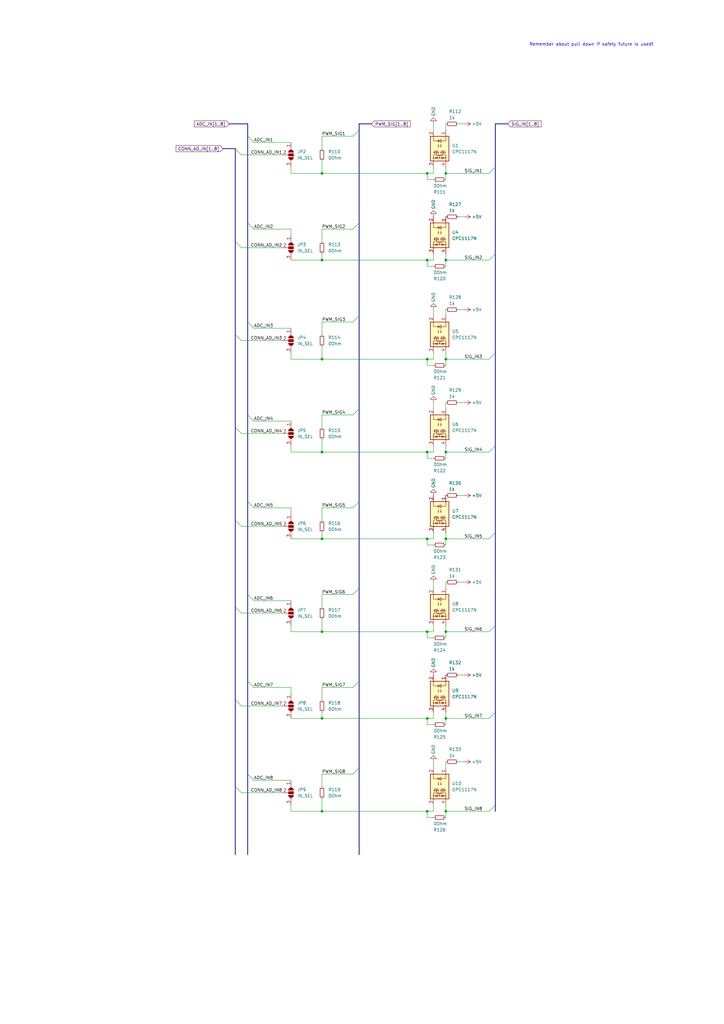
<source format=kicad_sch>
(kicad_sch (version 20211123) (generator eeschema)
  (paper "A3" portrait)
  (lib_symbols
    (symbol "Device:R_Small" (pin_numbers hide) (pin_names (offset 0.254) hide)
      (property "Reference" "R" (at 0.762 0.508 0))
      (property "Value" "R_Small" (at 0.762 -1.016 0))
      (symbol "R_Small_0_1"
        (rectangle (start -0.762 1.778) (end 0.762 -1.778) (stroke (width 0.2032)))
      )
      (symbol "R_Small_1_1"
        (pin passive line (at 0 2.54 270) (length 0.762) (name "~") (number "1"))
        (pin passive line (at 0 -2.54 90) (length 0.762) (name "~") (number "2"))
      )
    )
    (symbol "Jumper:SolderJumper_3_Open" (pin_names (offset 0) hide)
      (property "Reference" "JP" (at -2.54 -2.54 0))
      (property "Value" "SolderJumper_3_Open" (at 0 2.794 0))
      (symbol "SolderJumper_3_Open_0_1"
        (arc (start -1.016 1.016) (mid -2.032 0) (end -1.016 -1.016))
        (arc (start -1.016 1.016) (mid -2.032 0) (end -1.016 -1.016) (fill (type outline)))
        (rectangle (start -0.508 1.016) (end 0.508 -1.016) (fill (type outline)))
        (polyline (pts (xy -2.54 0) (xy -2.032 0)))
        (polyline (pts (xy -1.016 1.016) (xy -1.016 -1.016)))
        (polyline (pts (xy 0 -1.27) (xy 0 -1.016)))
        (polyline (pts (xy 1.016 1.016) (xy 1.016 -1.016)))
        (polyline (pts (xy 2.54 0) (xy 2.032 0)))
        (arc (start 1.016 -1.016) (mid 2.032 0) (end 1.016 1.016))
        (arc (start 1.016 -1.016) (mid 2.032 0) (end 1.016 1.016) (fill (type outline)))
      )
      (symbol "SolderJumper_3_Open_1_1"
        (pin passive line (at -5.08 0 0) (length 2.54) (name "A") (number "1"))
        (pin passive line (at 0 -3.81 90) (length 2.54) (name "C") (number "2"))
        (pin passive line (at 5.08 0 180) (length 2.54) (name "B") (number "3"))
      )
    )
    (symbol "Relay_SolidState:CPC1117N"
      (property "Reference" "U" (at -5.08 5.08 0))
      (property "Value" "CPC1117N" (at 0 5.08 0))
      (symbol "CPC1117N_0_1"
        (rectangle (start -5.08 3.81) (end 5.08 -3.81) (stroke (width 0.254)) (fill (type background)))
        (polyline (pts (xy -3.81 -0.635) (xy -2.54 -0.635)))
        (polyline (pts (xy 1.016 -0.635) (xy 1.016 -2.159)) (stroke (width 0.2032)))
        (polyline (pts (xy 1.016 2.159) (xy 1.016 0.635)) (stroke (width 0.2032)))
        (polyline (pts (xy 1.524 -0.508) (xy 1.524 -0.762)) (stroke (width 0.3556)))
        (polyline (pts (xy 2.794 0) (xy 3.81 0)))
        (polyline (pts (xy 3.429 -1.651) (xy 4.191 -1.651)))
        (polyline (pts (xy 3.429 1.651) (xy 4.191 1.651)))
        (polyline (pts (xy 3.81 -2.54) (xy 3.81 2.54)))
        (polyline (pts (xy 1.524 -2.032) (xy 1.524 -2.286) (xy 1.524 -2.286)) (stroke (width 0.3556)))
        (polyline (pts (xy 1.524 -1.27) (xy 1.524 -1.524) (xy 1.524 -1.524)) (stroke (width 0.3556)))
        (polyline (pts (xy 1.524 0.762) (xy 1.524 0.508) (xy 1.524 0.508)) (stroke (width 0.3556)))
        (polyline (pts (xy 1.524 1.524) (xy 1.524 1.27) (xy 1.524 1.27)) (stroke (width 0.3556)))
        (polyline (pts (xy 1.524 2.286) (xy 1.524 2.032) (xy 1.524 2.032)) (stroke (width 0.3556)))
        (polyline (pts (xy 1.651 -1.397) (xy 2.794 -1.397) (xy 2.794 -0.635)))
        (polyline (pts (xy 1.651 1.397) (xy 2.794 1.397) (xy 2.794 0.635)))
        (polyline (pts (xy -5.08 2.54) (xy -3.175 2.54) (xy -3.175 -2.54) (xy -5.08 -2.54)))
        (polyline (pts (xy -3.175 -0.635) (xy -3.81 0.635) (xy -2.54 0.635) (xy -3.175 -0.635)))
        (polyline (pts (xy 1.651 -2.159) (xy 2.794 -2.159) (xy 2.794 -2.54) (xy 5.08 -2.54)))
        (polyline (pts (xy 1.651 -0.635) (xy 2.794 -0.635) (xy 2.794 0.635) (xy 1.651 0.635)))
        (polyline (pts (xy 1.651 2.159) (xy 2.794 2.159) (xy 2.794 2.54) (xy 5.08 2.54)))
        (polyline (pts (xy 1.778 -1.397) (xy 2.286 -1.27) (xy 2.286 -1.524) (xy 1.778 -1.397)))
        (polyline (pts (xy 1.778 1.397) (xy 2.286 1.524) (xy 2.286 1.27) (xy 1.778 1.397)))
        (polyline (pts (xy 3.81 -1.651) (xy 3.429 -0.889) (xy 4.191 -0.889) (xy 3.81 -1.651)))
        (polyline (pts (xy 3.81 1.651) (xy 3.429 0.889) (xy 4.191 0.889) (xy 3.81 1.651)))
        (polyline (pts (xy -1.905 -0.508) (xy -0.635 -0.508) (xy -1.016 -0.635) (xy -1.016 -0.381) (xy -0.635 -0.508)))
        (polyline (pts (xy -1.905 0.508) (xy -0.635 0.508) (xy -1.016 0.381) (xy -1.016 0.635) (xy -0.635 0.508)))
        (circle (center 2.794 -0.635) (radius 0.127))
        (circle (center 2.794 0) (radius 0.127))
        (circle (center 2.794 0.635) (radius 0.127))
        (circle (center 3.81 -2.54) (radius 0.127))
        (circle (center 3.81 0) (radius 0.127))
        (circle (center 3.81 2.54) (radius 0.127))
      )
      (symbol "CPC1117N_1_1"
        (pin passive line (at -7.62 2.54 0) (length 2.54) (name "~") (number "1"))
        (pin passive line (at -7.62 -2.54 0) (length 2.54) (name "~") (number "2"))
        (pin passive line (at 7.62 -2.54 180) (length 2.54) (name "~") (number "3"))
        (pin passive line (at 7.62 2.54 180) (length 2.54) (name "~") (number "4"))
      )
    )
    (symbol "power:+5V" (power) (pin_names (offset 0))
      (property "Value" "+5V" (at 0 3.556 0))
      (symbol "+5V_0_1"
        (polyline (pts (xy -0.762 1.27) (xy 0 2.54)))
        (polyline (pts (xy 0 0) (xy 0 2.54)))
        (polyline (pts (xy 0 2.54) (xy 0.762 1.27)))
      )
      (symbol "+5V_1_1"
        (pin power_in line (at 0 0 90) (length 0) hide (name "+5V") (number "1"))
      )
    )
    (symbol "power:GND" (power) (pin_names (offset 0))
      (property "Value" "GND" (at 0 -3.81 0))
      (symbol "GND_0_1"
        (polyline (pts (xy 0 0) (xy 0 -1.27) (xy 1.27 -1.27) (xy 0 -2.54) (xy -1.27 -1.27) (xy 0 -1.27)))
      )
      (symbol "GND_1_1"
        (pin power_in line (at 0 0 270) (length 0) hide (name "GND") (number "1"))
      )
    )
  )
  (junction (at 175.26 220.98))
  (junction (at 182.88 332.74))
  (junction (at 132.08 332.74))
  (junction (at 175.26 294.64))
  (junction (at 182.88 106.68))
  (junction (at 132.08 294.64))
  (junction (at 175.26 259.08))
  (junction (at 182.88 220.98))
  (junction (at 175.26 106.68))
  (junction (at 132.08 71.12))
  (junction (at 132.08 220.98))
  (junction (at 132.08 106.68))
  (junction (at 182.88 185.42))
  (junction (at 175.26 332.74))
  (junction (at 182.88 147.32))
  (junction (at 182.88 294.64))
  (junction (at 132.08 259.08))
  (junction (at 182.88 259.08))
  (junction (at 175.26 185.42))
  (junction (at 175.26 71.12))
  (junction (at 182.88 71.12))
  (junction (at 132.08 147.32))
  (junction (at 175.26 147.32))
  (junction (at 132.08 185.42))
  (bus_entry (at 96.52 137.16) (size 2.54 2.54))
  (bus_entry (at 96.52 248.92) (size 2.54 2.54))
  (bus_entry (at 96.52 213.36) (size 2.54 2.54))
  (bus_entry (at 101.6 317.5) (size 2.54 2.54))
  (bus_entry (at 96.52 322.58) (size 2.54 2.54))
  (bus_entry (at 101.6 91.44) (size 2.54 2.54))
  (bus_entry (at 101.6 279.4) (size 2.54 2.54))
  (bus_entry (at 147.32 279.4) (size -2.54 2.54))
  (bus_entry (at 96.52 287.02) (size 2.54 2.54))
  (bus_entry (at 203.2 330.2) (size -2.54 2.54))
  (bus_entry (at 203.2 218.44) (size -2.54 2.54))
  (bus_entry (at 101.6 205.74) (size 2.54 2.54))
  (bus_entry (at 147.32 314.96) (size -2.54 2.54))
  (bus_entry (at 203.2 144.78) (size -2.54 2.54))
  (bus_entry (at 147.32 241.3) (size -2.54 2.54))
  (bus_entry (at 203.2 292.1) (size -2.54 2.54))
  (bus_entry (at 101.6 243.84) (size 2.54 2.54))
  (bus_entry (at 96.52 99.06) (size 2.54 2.54))
  (bus_entry (at 203.2 182.88) (size -2.54 2.54))
  (bus_entry (at 203.2 68.58) (size -2.54 2.54))
  (bus_entry (at 147.32 205.74) (size -2.54 2.54))
  (bus_entry (at 101.6 170.18) (size 2.54 2.54))
  (bus_entry (at 147.32 167.64) (size -2.54 2.54))
  (bus_entry (at 147.32 53.34) (size -2.54 2.54))
  (bus_entry (at 96.52 175.26) (size 2.54 2.54))
  (bus_entry (at 203.2 256.54) (size -2.54 2.54))
  (bus_entry (at 147.32 129.54) (size -2.54 2.54))
  (bus_entry (at 203.2 104.14) (size -2.54 2.54))
  (bus_entry (at 101.6 55.88) (size 2.54 2.54))
  (bus_entry (at 147.32 91.44) (size -2.54 2.54))
  (bus_entry (at 96.52 60.96) (size 2.54 2.54))
  (bus_entry (at 101.6 132.08) (size 2.54 2.54))
  (wire (pts (xy 175.26 335.28) (xy 177.8 335.28)))
  (wire (pts (xy 119.38 332.74) (xy 132.08 332.74)))
  (wire (pts (xy 132.08 93.98) (xy 132.08 99.06)))
  (wire (pts (xy 175.26 106.68) (xy 175.26 109.22)))
  (wire (pts (xy 119.38 93.98) (xy 119.38 96.52)))
  (wire (pts (xy 175.26 294.64) (xy 175.26 297.18)))
  (wire (pts (xy 99.06 101.6) (xy 115.57 101.6)))
  (wire (pts (xy 175.26 147.32) (xy 177.8 147.32)))
  (wire (pts (xy 99.06 139.7) (xy 115.57 139.7)))
  (wire (pts (xy 175.26 259.08) (xy 175.26 261.62)))
  (bus (pts (xy 147.32 205.74) (xy 147.32 241.3)))
  (wire (pts (xy 177.8 312.42) (xy 177.8 314.96)))
  (wire (pts (xy 99.06 215.9) (xy 115.57 215.9)))
  (bus (pts (xy 96.52 60.96) (xy 96.52 99.06)))
  (wire (pts (xy 104.14 134.62) (xy 119.38 134.62)))
  (bus (pts (xy 101.6 170.18) (xy 101.6 205.74)))
  (wire (pts (xy 175.26 149.86) (xy 177.8 149.86)))
  (wire (pts (xy 144.78 93.98) (xy 132.08 93.98)))
  (wire (pts (xy 144.78 317.5) (xy 132.08 317.5)))
  (bus (pts (xy 147.32 279.4) (xy 147.32 314.96)))
  (wire (pts (xy 175.26 332.74) (xy 177.8 332.74)))
  (wire (pts (xy 182.88 297.18) (xy 182.88 294.64)))
  (wire (pts (xy 177.8 147.32) (xy 177.8 144.78)))
  (bus (pts (xy 96.52 137.16) (xy 96.52 175.26)))
  (wire (pts (xy 132.08 294.64) (xy 175.26 294.64)))
  (wire (pts (xy 119.38 144.78) (xy 119.38 147.32)))
  (wire (pts (xy 175.26 187.96) (xy 177.8 187.96)))
  (wire (pts (xy 182.88 220.98) (xy 200.66 220.98)))
  (wire (pts (xy 132.08 259.08) (xy 175.26 259.08)))
  (bus (pts (xy 147.32 241.3) (xy 147.32 279.4)))
  (wire (pts (xy 132.08 327.66) (xy 132.08 332.74)))
  (bus (pts (xy 96.52 287.02) (xy 96.52 322.58)))
  (wire (pts (xy 104.14 246.38) (xy 119.38 246.38)))
  (bus (pts (xy 91.44 60.96) (xy 96.52 60.96)))
  (wire (pts (xy 182.88 149.86) (xy 182.88 147.32)))
  (wire (pts (xy 177.8 185.42) (xy 177.8 182.88)))
  (wire (pts (xy 177.8 71.12) (xy 177.8 68.58)))
  (wire (pts (xy 175.26 220.98) (xy 175.26 223.52)))
  (wire (pts (xy 182.88 332.74) (xy 200.66 332.74)))
  (wire (pts (xy 190.5 165.1) (xy 187.96 165.1)))
  (bus (pts (xy 203.2 330.2) (xy 203.2 332.74)))
  (wire (pts (xy 190.5 238.76) (xy 187.96 238.76)))
  (bus (pts (xy 96.52 248.92) (xy 96.52 287.02)))
  (wire (pts (xy 104.14 172.72) (xy 119.38 172.72)))
  (wire (pts (xy 132.08 243.84) (xy 132.08 248.92)))
  (wire (pts (xy 182.88 68.58) (xy 182.88 71.12)))
  (wire (pts (xy 182.88 104.14) (xy 182.88 106.68)))
  (bus (pts (xy 147.32 50.8) (xy 147.32 53.34)))
  (wire (pts (xy 177.8 259.08) (xy 177.8 256.54)))
  (wire (pts (xy 99.06 251.46) (xy 115.57 251.46)))
  (bus (pts (xy 203.2 182.88) (xy 203.2 218.44)))
  (wire (pts (xy 175.26 109.22) (xy 177.8 109.22)))
  (wire (pts (xy 182.88 292.1) (xy 182.88 294.64)))
  (bus (pts (xy 203.2 144.78) (xy 203.2 182.88)))
  (wire (pts (xy 104.14 93.98) (xy 119.38 93.98)))
  (wire (pts (xy 132.08 281.94) (xy 132.08 287.02)))
  (bus (pts (xy 101.6 55.88) (xy 101.6 91.44)))
  (wire (pts (xy 182.88 50.8) (xy 182.88 53.34)))
  (bus (pts (xy 101.6 132.08) (xy 101.6 170.18)))
  (wire (pts (xy 182.88 147.32) (xy 200.66 147.32)))
  (wire (pts (xy 119.38 208.28) (xy 119.38 210.82)))
  (wire (pts (xy 182.88 144.78) (xy 182.88 147.32)))
  (bus (pts (xy 147.32 91.44) (xy 147.32 129.54)))
  (bus (pts (xy 147.32 167.64) (xy 147.32 205.74)))
  (bus (pts (xy 96.52 322.58) (xy 96.52 350.52)))
  (wire (pts (xy 190.5 88.9) (xy 187.96 88.9)))
  (wire (pts (xy 175.26 147.32) (xy 175.26 149.86)))
  (wire (pts (xy 119.38 294.64) (xy 132.08 294.64)))
  (wire (pts (xy 119.38 106.68) (xy 132.08 106.68)))
  (wire (pts (xy 177.8 165.1) (xy 177.8 167.64)))
  (wire (pts (xy 182.88 256.54) (xy 182.88 259.08)))
  (bus (pts (xy 93.98 50.8) (xy 101.6 50.8)))
  (wire (pts (xy 175.26 185.42) (xy 177.8 185.42)))
  (wire (pts (xy 132.08 147.32) (xy 175.26 147.32)))
  (bus (pts (xy 96.52 213.36) (xy 96.52 248.92)))
  (wire (pts (xy 175.26 259.08) (xy 177.8 259.08)))
  (wire (pts (xy 119.38 330.2) (xy 119.38 332.74)))
  (wire (pts (xy 132.08 170.18) (xy 132.08 175.26)))
  (wire (pts (xy 175.26 73.66) (xy 177.8 73.66)))
  (wire (pts (xy 132.08 66.04) (xy 132.08 71.12)))
  (wire (pts (xy 99.06 325.12) (xy 115.57 325.12)))
  (wire (pts (xy 132.08 254) (xy 132.08 259.08)))
  (wire (pts (xy 144.78 55.88) (xy 132.08 55.88)))
  (wire (pts (xy 99.06 177.8) (xy 115.57 177.8)))
  (bus (pts (xy 203.2 50.8) (xy 203.2 68.58)))
  (bus (pts (xy 152.4 50.8) (xy 147.32 50.8)))
  (wire (pts (xy 119.38 220.98) (xy 132.08 220.98)))
  (wire (pts (xy 182.88 218.44) (xy 182.88 220.98)))
  (wire (pts (xy 182.88 294.64) (xy 200.66 294.64)))
  (wire (pts (xy 177.8 127) (xy 177.8 129.54)))
  (wire (pts (xy 182.88 185.42) (xy 200.66 185.42)))
  (wire (pts (xy 190.5 127) (xy 187.96 127)))
  (wire (pts (xy 182.88 259.08) (xy 200.66 259.08)))
  (wire (pts (xy 182.88 312.42) (xy 182.88 314.96)))
  (wire (pts (xy 132.08 292.1) (xy 132.08 294.64)))
  (bus (pts (xy 203.2 104.14) (xy 203.2 144.78)))
  (wire (pts (xy 182.88 109.22) (xy 182.88 106.68)))
  (wire (pts (xy 132.08 180.34) (xy 132.08 185.42)))
  (wire (pts (xy 175.26 294.64) (xy 177.8 294.64)))
  (bus (pts (xy 101.6 205.74) (xy 101.6 243.84)))
  (wire (pts (xy 175.26 332.74) (xy 175.26 335.28)))
  (wire (pts (xy 175.26 71.12) (xy 175.26 73.66)))
  (wire (pts (xy 182.88 71.12) (xy 200.66 71.12)))
  (wire (pts (xy 182.88 330.2) (xy 182.88 332.74)))
  (bus (pts (xy 147.32 129.54) (xy 147.32 167.64)))
  (bus (pts (xy 96.52 99.06) (xy 96.52 137.16)))
  (bus (pts (xy 101.6 279.4) (xy 101.6 317.5)))
  (wire (pts (xy 104.14 281.94) (xy 119.38 281.94)))
  (wire (pts (xy 182.88 238.76) (xy 182.88 241.3)))
  (wire (pts (xy 144.78 281.94) (xy 132.08 281.94)))
  (wire (pts (xy 119.38 256.54) (xy 119.38 259.08)))
  (wire (pts (xy 132.08 142.24) (xy 132.08 147.32)))
  (wire (pts (xy 104.14 58.42) (xy 119.38 58.42)))
  (wire (pts (xy 119.38 147.32) (xy 132.08 147.32)))
  (bus (pts (xy 147.32 53.34) (xy 147.32 91.44)))
  (wire (pts (xy 182.88 106.68) (xy 200.66 106.68)))
  (wire (pts (xy 175.26 71.12) (xy 177.8 71.12)))
  (wire (pts (xy 182.88 187.96) (xy 182.88 185.42)))
  (wire (pts (xy 144.78 208.28) (xy 132.08 208.28)))
  (wire (pts (xy 182.88 223.52) (xy 182.88 220.98)))
  (bus (pts (xy 101.6 317.5) (xy 101.6 350.52)))
  (bus (pts (xy 147.32 314.96) (xy 147.32 350.52)))
  (wire (pts (xy 175.26 185.42) (xy 175.26 187.96)))
  (bus (pts (xy 203.2 68.58) (xy 203.2 104.14)))
  (bus (pts (xy 203.2 256.54) (xy 203.2 292.1)))
  (wire (pts (xy 132.08 55.88) (xy 132.08 60.96)))
  (wire (pts (xy 182.88 73.66) (xy 182.88 71.12)))
  (wire (pts (xy 132.08 220.98) (xy 175.26 220.98)))
  (wire (pts (xy 177.8 294.64) (xy 177.8 292.1)))
  (bus (pts (xy 203.2 292.1) (xy 203.2 330.2)))
  (wire (pts (xy 177.8 50.8) (xy 177.8 53.34)))
  (wire (pts (xy 144.78 170.18) (xy 132.08 170.18)))
  (wire (pts (xy 144.78 132.08) (xy 132.08 132.08)))
  (bus (pts (xy 208.28 50.8) (xy 203.2 50.8)))
  (wire (pts (xy 132.08 106.68) (xy 175.26 106.68)))
  (wire (pts (xy 175.26 220.98) (xy 177.8 220.98)))
  (bus (pts (xy 101.6 91.44) (xy 101.6 132.08)))
  (wire (pts (xy 132.08 132.08) (xy 132.08 137.16)))
  (wire (pts (xy 132.08 332.74) (xy 175.26 332.74)))
  (wire (pts (xy 119.38 259.08) (xy 132.08 259.08)))
  (wire (pts (xy 190.5 203.2) (xy 187.96 203.2)))
  (wire (pts (xy 119.38 185.42) (xy 132.08 185.42)))
  (wire (pts (xy 119.38 68.58) (xy 119.38 71.12)))
  (wire (pts (xy 104.14 320.04) (xy 119.38 320.04)))
  (wire (pts (xy 104.14 208.28) (xy 119.38 208.28)))
  (wire (pts (xy 119.38 71.12) (xy 132.08 71.12)))
  (wire (pts (xy 132.08 218.44) (xy 132.08 220.98)))
  (wire (pts (xy 132.08 208.28) (xy 132.08 213.36)))
  (wire (pts (xy 99.06 63.5) (xy 115.57 63.5)))
  (wire (pts (xy 182.88 261.62) (xy 182.88 259.08)))
  (wire (pts (xy 190.5 276.86) (xy 187.96 276.86)))
  (wire (pts (xy 182.88 335.28) (xy 182.88 332.74)))
  (wire (pts (xy 132.08 71.12) (xy 175.26 71.12)))
  (wire (pts (xy 177.8 220.98) (xy 177.8 218.44)))
  (wire (pts (xy 175.26 261.62) (xy 177.8 261.62)))
  (bus (pts (xy 101.6 50.8) (xy 101.6 55.88)))
  (bus (pts (xy 101.6 243.84) (xy 101.6 279.4)))
  (wire (pts (xy 99.06 289.56) (xy 115.57 289.56)))
  (wire (pts (xy 182.88 165.1) (xy 182.88 167.64)))
  (bus (pts (xy 203.2 218.44) (xy 203.2 256.54)))
  (wire (pts (xy 175.26 297.18) (xy 177.8 297.18)))
  (wire (pts (xy 182.88 127) (xy 182.88 129.54)))
  (wire (pts (xy 177.8 106.68) (xy 177.8 104.14)))
  (bus (pts (xy 96.52 175.26) (xy 96.52 213.36)))
  (wire (pts (xy 132.08 104.14) (xy 132.08 106.68)))
  (wire (pts (xy 175.26 106.68) (xy 177.8 106.68)))
  (wire (pts (xy 119.38 182.88) (xy 119.38 185.42)))
  (wire (pts (xy 119.38 281.94) (xy 119.38 284.48)))
  (wire (pts (xy 175.26 223.52) (xy 177.8 223.52)))
  (wire (pts (xy 182.88 182.88) (xy 182.88 185.42)))
  (wire (pts (xy 177.8 238.76) (xy 177.8 241.3)))
  (wire (pts (xy 132.08 185.42) (xy 175.26 185.42)))
  (wire (pts (xy 177.8 332.74) (xy 177.8 330.2)))
  (wire (pts (xy 144.78 243.84) (xy 132.08 243.84)))
  (wire (pts (xy 190.5 312.42) (xy 187.96 312.42)))
  (wire (pts (xy 190.5 50.8) (xy 187.96 50.8)))
  (wire (pts (xy 132.08 317.5) (xy 132.08 322.58)))
  (text "Remember about pull down if safety future is used!" (at 217.17 19.05 0) (effects (font (size 1.27 1.27)) (justify left bottom)))
  (label "CONN_AD_IN2" (at 102.87 101.6 0))
  (label "PWM_SIG3" (at 132.08 132.08 0))
  (label "ADC_IN5" (at 104.14 208.28 0))
  (label "PWM_SIG4" (at 132.08 170.18 0))
  (label "CONN_AD_IN7" (at 102.87 289.56 0))
  (label "ADC_IN8" (at 104.14 320.04 0))
  (label "SIG_IN4" (at 190.5 185.42 0))
  (label "CONN_AD_IN3" (at 102.87 139.7 0))
  (label "SIG_IN3" (at 190.5 147.32 0))
  (label "PWM_SIG6" (at 132.08 243.84 0))
  (label "CONN_AD_IN6" (at 102.87 251.46 0))
  (label "PWM_SIG5" (at 132.08 208.28 0))
  (label "PWM_SIG7" (at 132.08 281.94 0))
  (label "PWM_SIG2" (at 132.08 93.98 0))
  (label "ADC_IN6" (at 104.14 246.38 0))
  (label "SIG_IN1" (at 190.5 71.12 0))
  (label "PWM_SIG8" (at 132.08 317.5 0))
  (label "CONN_AD_IN8" (at 102.87 325.12 0))
  (label "ADC_IN3" (at 104.14 134.62 0))
  (label "PWM_SIG1" (at 132.08 55.88 0))
  (label "CONN_AD_IN1" (at 102.87 63.5 0))
  (label "CONN_AD_IN4" (at 102.87 177.8 0))
  (label "ADC_IN1" (at 104.14 58.42 0))
  (label "SIG_IN6" (at 190.5 259.08 0))
  (label "SIG_IN8" (at 190.5 332.74 0))
  (label "ADC_IN2" (at 104.14 93.98 0))
  (label "ADC_IN4" (at 104.14 172.72 0))
  (label "CONN_AD_IN5" (at 102.87 215.9 0))
  (label "SIG_IN7" (at 190.5 294.64 0))
  (label "ADC_IN7" (at 104.14 281.94 0))
  (label "SIG_IN5" (at 190.5 220.98 0))
  (label "SIG_IN2" (at 190.5 106.68 0))
  (global_label "SIG_IN[1..8]" (shape input) (at 208.28 50.8 0) (property "Intersheet References" "${INTERSHEET_REFS}" (effects hide)))
  (global_label "ADC_IN[1..8]" (shape input) (at 93.98 50.8 180) (property "Intersheet References" "${INTERSHEET_REFS}" (effects hide)))
  (global_label "CONN_AD_IN[1..8]" (shape input) (at 91.44 60.96 180) (property "Intersheet References" "${INTERSHEET_REFS}" (effects hide)))
  (global_label "PWM_SIG[1..8]" (shape input) (at 152.4 50.8 0) (property "Intersheet References" "${INTERSHEET_REFS}" (effects hide)))
  (symbol (lib_id "Jumper:SolderJumper_3_Open") (at 119.38 63.5 270) (unit 1)
    (property "Reference" "JP2" (at 121.92 62.2299 90) (effects (justify left)))
    (property "Value" "IN_SEL" (at 121.92 64.7699 90) (effects (justify left)))
    (property "Footprint" "Jumper:SolderJumper-3_P1.3mm_Open_Pad1.0x1.5mm" (effects hide))
  )
  (symbol (lib_id "Jumper:SolderJumper_3_Open") (at 119.38 139.7 270) (unit 1)
    (property "Reference" "JP4" (at 121.92 138.4299 90) (effects (justify left)))
    (property "Value" "IN_SEL" (at 121.92 140.9699 90) (effects (justify left)))
    (property "Footprint" "Jumper:SolderJumper-3_P1.3mm_Open_Pad1.0x1.5mm" (effects hide))
  )
  (symbol (lib_id "Device:R_Small") (at 180.34 335.28 270) (unit 1)
    (property "Reference" "R126" (at 177.8 340.36 90) (effects (justify left)))
    (property "Value" "0Ohm" (at 177.8 337.82 90) (effects (justify left)))
  )
  (symbol (lib_id "Device:R_Small") (at 185.42 276.86 90) (unit 1)
    (property "Reference" "R132" (at 184.15 271.78 90) (effects (justify right)))
    (property "Value" "1k" (at 184.15 274.32 90) (effects (justify right)))
    (property "Footprint" "Resistor_SMD:R_0402_1005Metric" (effects hide))
  )
  (symbol (lib_id "Device:R_Small") (at 180.34 223.52 270) (unit 1)
    (property "Reference" "R123" (at 177.8 228.6 90) (effects (justify left)))
    (property "Value" "0Ohm" (at 177.8 226.06 90) (effects (justify left)))
  )
  (symbol (lib_id "power:GND") (at 177.8 88.9 180) (unit 1)
    (property "Reference" "#PWR0342" (effects hide))
    (property "Value" "GND" (at 177.8 83.82 90))
  )
  (symbol (lib_id "Device:R_Small") (at 185.42 238.76 90) (unit 1)
    (property "Reference" "R131" (at 184.15 233.68 90) (effects (justify right)))
    (property "Value" "1k" (at 184.15 236.22 90) (effects (justify right)))
    (property "Footprint" "Resistor_SMD:R_0402_1005Metric" (effects hide))
  )
  (symbol (lib_id "Jumper:SolderJumper_3_Open") (at 119.38 251.46 270) (unit 1)
    (property "Reference" "JP7" (at 121.92 250.1899 90) (effects (justify left)))
    (property "Value" "IN_SEL" (at 121.92 252.7299 90) (effects (justify left)))
    (property "Footprint" "Jumper:SolderJumper-3_P1.3mm_Open_Pad1.0x1.5mm" (effects hide))
  )
  (symbol (lib_id "power:GND") (at 177.8 50.8 180) (unit 1)
    (property "Reference" "#PWR0328" (effects hide))
    (property "Value" "GND" (at 177.8 45.72 90))
  )
  (symbol (lib_id "power:GND") (at 177.8 238.76 180) (unit 1)
    (property "Reference" "#PWR0332" (effects hide))
    (property "Value" "GND" (at 177.8 233.68 90))
  )
  (symbol (lib_id "Device:R_Small") (at 185.42 312.42 90) (unit 1)
    (property "Reference" "R133" (at 184.15 307.34 90) (effects (justify right)))
    (property "Value" "1k" (at 184.15 309.88 90) (effects (justify right)))
    (property "Footprint" "Resistor_SMD:R_0402_1005Metric" (effects hide))
  )
  (symbol (lib_id "power:+5V") (at 190.5 276.86 270) (unit 1)
    (property "Reference" "#PWR0336" (effects hide))
    (property "Value" "+5V" (at 195.58 276.86 90))
  )
  (symbol (lib_id "Relay_SolidState:CPC1117N") (at 180.34 60.96 270) (unit 1)
    (property "Reference" "U1" (at 185.42 59.6899 90) (effects (justify left)))
    (property "Value" "CPC1117N" (at 185.42 62.2299 90) (effects (justify left)))
    (property "Footprint" "Package_SO:SOP-4_3.8x4.1mm_P2.54mm" (effects hide))
    (property "Datasheet" "http://www.ixysic.com/home/pdfs.nsf/www/CPC1117N.pdf/$file/CPC1117N.pdf" (effects hide))
  )
  (symbol (lib_id "power:GND") (at 177.8 165.1 180) (unit 1)
    (property "Reference" "#PWR0340" (effects hide))
    (property "Value" "GND" (at 177.8 160.02 90))
  )
  (symbol (lib_id "power:+5V") (at 190.5 88.9 270) (unit 1)
    (property "Reference" "#PWR0341" (effects hide))
    (property "Value" "+5V" (at 195.58 88.9 90))
  )
  (symbol (lib_id "Device:R_Small") (at 132.08 101.6 0) (unit 1)
    (property "Reference" "R113" (at 134.62 100.3299 0) (effects (justify left)))
    (property "Value" "0Ohm" (at 134.62 102.8699 0) (effects (justify left)))
  )
  (symbol (lib_id "Device:R_Small") (at 132.08 215.9 0) (unit 1)
    (property "Reference" "R116" (at 134.62 214.6299 0) (effects (justify left)))
    (property "Value" "0Ohm" (at 134.62 217.1699 0) (effects (justify left)))
  )
  (symbol (lib_id "power:GND") (at 177.8 127 180) (unit 1)
    (property "Reference" "#PWR0339" (effects hide))
    (property "Value" "GND" (at 177.8 121.92 90))
  )
  (symbol (lib_id "Jumper:SolderJumper_3_Open") (at 119.38 215.9 270) (unit 1)
    (property "Reference" "JP6" (at 121.92 214.6299 90) (effects (justify left)))
    (property "Value" "IN_SEL" (at 121.92 217.1699 90) (effects (justify left)))
    (property "Footprint" "Jumper:SolderJumper-3_P1.3mm_Open_Pad1.0x1.5mm" (effects hide))
  )
  (symbol (lib_id "power:+5V") (at 190.5 203.2 270) (unit 1)
    (property "Reference" "#PWR0334" (effects hide))
    (property "Value" "+5V" (at 195.58 203.2 90))
  )
  (symbol (lib_id "power:+5V") (at 190.5 127 270) (unit 1)
    (property "Reference" "#PWR0338" (effects hide))
    (property "Value" "+5V" (at 195.58 127 90))
  )
  (symbol (lib_id "Device:R_Small") (at 185.42 127 90) (unit 1)
    (property "Reference" "R128" (at 184.15 121.92 90) (effects (justify right)))
    (property "Value" "1k" (at 184.15 124.46 90) (effects (justify right)))
    (property "Footprint" "Resistor_SMD:R_0402_1005Metric" (effects hide))
  )
  (symbol (lib_id "Device:R_Small") (at 185.42 203.2 90) (unit 1)
    (property "Reference" "R130" (at 184.15 198.12 90) (effects (justify right)))
    (property "Value" "1k" (at 184.15 200.66 90) (effects (justify right)))
    (property "Footprint" "Resistor_SMD:R_0402_1005Metric" (effects hide))
  )
  (symbol (lib_id "Relay_SolidState:CPC1117N") (at 180.34 322.58 270) (unit 1)
    (property "Reference" "U10" (at 185.42 321.3099 90) (effects (justify left)))
    (property "Value" "CPC1117N" (at 185.42 323.8499 90) (effects (justify left)))
    (property "Footprint" "Package_SO:SOP-4_3.8x4.1mm_P2.54mm" (effects hide))
    (property "Datasheet" "http://www.ixysic.com/home/pdfs.nsf/www/CPC1117N.pdf/$file/CPC1117N.pdf" (effects hide))
  )
  (symbol (lib_id "Device:R_Small") (at 180.34 73.66 270) (unit 1)
    (property "Reference" "R111" (at 177.8 78.74 90) (effects (justify left)))
    (property "Value" "0Ohm" (at 177.8 76.2 90) (effects (justify left)))
  )
  (symbol (lib_id "Device:R_Small") (at 132.08 177.8 0) (unit 1)
    (property "Reference" "R115" (at 134.62 176.5299 0) (effects (justify left)))
    (property "Value" "0Ohm" (at 134.62 179.0699 0) (effects (justify left)))
  )
  (symbol (lib_id "Device:R_Small") (at 180.34 149.86 270) (unit 1)
    (property "Reference" "R121" (at 177.8 154.94 90) (effects (justify left)))
    (property "Value" "0Ohm" (at 177.8 152.4 90) (effects (justify left)))
  )
  (symbol (lib_id "power:+5V") (at 190.5 238.76 270) (unit 1)
    (property "Reference" "#PWR0333" (effects hide))
    (property "Value" "+5V" (at 195.58 238.76 90))
  )
  (symbol (lib_id "power:GND") (at 177.8 276.86 180) (unit 1)
    (property "Reference" "#PWR0331" (effects hide))
    (property "Value" "GND" (at 177.8 271.78 90))
  )
  (symbol (lib_id "Relay_SolidState:CPC1117N") (at 180.34 284.48 270) (unit 1)
    (property "Reference" "U9" (at 185.42 283.2099 90) (effects (justify left)))
    (property "Value" "CPC1117N" (at 185.42 285.7499 90) (effects (justify left)))
    (property "Footprint" "Package_SO:SOP-4_3.8x4.1mm_P2.54mm" (effects hide))
    (property "Datasheet" "http://www.ixysic.com/home/pdfs.nsf/www/CPC1117N.pdf/$file/CPC1117N.pdf" (effects hide))
  )
  (symbol (lib_id "Device:R_Small") (at 132.08 289.56 0) (unit 1)
    (property "Reference" "R118" (at 134.62 288.2899 0) (effects (justify left)))
    (property "Value" "0Ohm" (at 134.62 290.8299 0) (effects (justify left)))
  )
  (symbol (lib_id "Device:R_Small") (at 180.34 261.62 270) (unit 1)
    (property "Reference" "R124" (at 177.8 266.7 90) (effects (justify left)))
    (property "Value" "0Ohm" (at 177.8 264.16 90) (effects (justify left)))
  )
  (symbol (lib_id "Device:R_Small") (at 180.34 109.22 270) (unit 1)
    (property "Reference" "R120" (at 177.8 114.3 90) (effects (justify left)))
    (property "Value" "0Ohm" (at 177.8 111.76 90) (effects (justify left)))
  )
  (symbol (lib_id "Device:R_Small") (at 185.42 50.8 90) (unit 1)
    (property "Reference" "R112" (at 184.15 45.72 90) (effects (justify right)))
    (property "Value" "1k" (at 184.15 48.26 90) (effects (justify right)))
    (property "Footprint" "Resistor_SMD:R_0402_1005Metric" (effects hide))
  )
  (symbol (lib_id "power:GND") (at 177.8 312.42 180) (unit 1)
    (property "Reference" "#PWR0330" (effects hide))
    (property "Value" "GND" (at 177.8 307.34 90))
  )
  (symbol (lib_id "Device:R_Small") (at 180.34 187.96 270) (unit 1)
    (property "Reference" "R122" (at 177.8 193.04 90) (effects (justify left)))
    (property "Value" "0Ohm" (at 177.8 190.5 90) (effects (justify left)))
  )
  (symbol (lib_id "Jumper:SolderJumper_3_Open") (at 119.38 101.6 270) (unit 1)
    (property "Reference" "JP3" (at 121.92 100.3299 90) (effects (justify left)))
    (property "Value" "IN_SEL" (at 121.92 102.8699 90) (effects (justify left)))
    (property "Footprint" "Jumper:SolderJumper-3_P1.3mm_Open_Pad1.0x1.5mm" (effects hide))
  )
  (symbol (lib_id "Jumper:SolderJumper_3_Open") (at 119.38 325.12 270) (unit 1)
    (property "Reference" "JP9" (at 121.92 323.8499 90) (effects (justify left)))
    (property "Value" "IN_SEL" (at 121.92 326.3899 90) (effects (justify left)))
    (property "Footprint" "Jumper:SolderJumper-3_P1.3mm_Open_Pad1.0x1.5mm" (effects hide))
  )
  (symbol (lib_id "Relay_SolidState:CPC1117N") (at 180.34 137.16 270) (unit 1)
    (property "Reference" "U5" (at 185.42 135.8899 90) (effects (justify left)))
    (property "Value" "CPC1117N" (at 185.42 138.4299 90) (effects (justify left)))
    (property "Footprint" "Package_SO:SOP-4_3.8x4.1mm_P2.54mm" (effects hide))
    (property "Datasheet" "http://www.ixysic.com/home/pdfs.nsf/www/CPC1117N.pdf/$file/CPC1117N.pdf" (effects hide))
  )
  (symbol (lib_id "Device:R_Small") (at 185.42 165.1 90) (unit 1)
    (property "Reference" "R129" (at 184.15 160.02 90) (effects (justify right)))
    (property "Value" "1k" (at 184.15 162.56 90) (effects (justify right)))
    (property "Footprint" "Resistor_SMD:R_0402_1005Metric" (effects hide))
  )
  (symbol (lib_id "Relay_SolidState:CPC1117N") (at 180.34 210.82 270) (unit 1)
    (property "Reference" "U7" (at 185.42 209.5499 90) (effects (justify left)))
    (property "Value" "CPC1117N" (at 185.42 212.0899 90) (effects (justify left)))
    (property "Footprint" "Package_SO:SOP-4_3.8x4.1mm_P2.54mm" (effects hide))
    (property "Datasheet" "http://www.ixysic.com/home/pdfs.nsf/www/CPC1117N.pdf/$file/CPC1117N.pdf" (effects hide))
  )
  (symbol (lib_id "Device:R_Small") (at 132.08 63.5 0) (unit 1)
    (property "Reference" "R110" (at 134.62 62.2299 0) (effects (justify left)))
    (property "Value" "0Ohm" (at 134.62 64.7699 0) (effects (justify left)))
  )
  (symbol (lib_id "power:GND") (at 177.8 203.2 180) (unit 1)
    (property "Reference" "#PWR0329" (effects hide))
    (property "Value" "GND" (at 177.8 198.12 90))
  )
  (symbol (lib_id "Relay_SolidState:CPC1117N") (at 180.34 248.92 270) (unit 1)
    (property "Reference" "U8" (at 185.42 247.6499 90) (effects (justify left)))
    (property "Value" "CPC1117N" (at 185.42 250.1899 90) (effects (justify left)))
    (property "Footprint" "Package_SO:SOP-4_3.8x4.1mm_P2.54mm" (effects hide))
    (property "Datasheet" "http://www.ixysic.com/home/pdfs.nsf/www/CPC1117N.pdf/$file/CPC1117N.pdf" (effects hide))
  )
  (symbol (lib_id "Device:R_Small") (at 132.08 139.7 0) (unit 1)
    (property "Reference" "R114" (at 134.62 138.4299 0) (effects (justify left)))
    (property "Value" "0Ohm" (at 134.62 140.9699 0) (effects (justify left)))
  )
  (symbol (lib_id "power:+5V") (at 190.5 50.8 270) (unit 1)
    (property "Reference" "#PWR0327" (effects hide))
    (property "Value" "+5V" (at 195.58 50.8 90))
  )
  (symbol (lib_id "Device:R_Small") (at 132.08 251.46 0) (unit 1)
    (property "Reference" "R117" (at 134.62 250.1899 0) (effects (justify left)))
    (property "Value" "0Ohm" (at 134.62 252.7299 0) (effects (justify left)))
  )
  (symbol (lib_id "power:+5V") (at 190.5 312.42 270) (unit 1)
    (property "Reference" "#PWR0335" (effects hide))
    (property "Value" "+5V" (at 195.58 312.42 90))
  )
  (symbol (lib_id "Device:R_Small") (at 185.42 88.9 90) (unit 1)
    (property "Reference" "R127" (at 184.15 83.82 90) (effects (justify right)))
    (property "Value" "1k" (at 184.15 86.36 90) (effects (justify right)))
    (property "Footprint" "Resistor_SMD:R_0402_1005Metric" (effects hide))
  )
  (symbol (lib_id "Jumper:SolderJumper_3_Open") (at 119.38 177.8 270) (unit 1)
    (property "Reference" "JP5" (at 121.92 176.5299 90) (effects (justify left)))
    (property "Value" "IN_SEL" (at 121.92 179.0699 90) (effects (justify left)))
    (property "Footprint" "Jumper:SolderJumper-3_P1.3mm_Open_Pad1.0x1.5mm" (effects hide))
  )
  (symbol (lib_id "Relay_SolidState:CPC1117N") (at 180.34 96.52 270) (unit 1)
    (property "Reference" "U4" (at 185.42 95.2499 90) (effects (justify left)))
    (property "Value" "CPC1117N" (at 185.42 97.7899 90) (effects (justify left)))
    (property "Footprint" "Package_SO:SOP-4_3.8x4.1mm_P2.54mm" (effects hide))
    (property "Datasheet" "http://www.ixysic.com/home/pdfs.nsf/www/CPC1117N.pdf/$file/CPC1117N.pdf" (effects hide))
  )
  (symbol (lib_id "Device:R_Small") (at 180.34 297.18 270) (unit 1)
    (property "Reference" "R125" (at 177.8 302.26 90) (effects (justify left)))
    (property "Value" "0Ohm" (at 177.8 299.72 90) (effects (justify left)))
  )
  (symbol (lib_id "power:+5V") (at 190.5 165.1 270) (unit 1)
    (property "Reference" "#PWR0337" (effects hide))
    (property "Value" "+5V" (at 195.58 165.1 90))
  )
  (symbol (lib_id "Jumper:SolderJumper_3_Open") (at 119.38 289.56 270) (unit 1)
    (property "Reference" "JP8" (at 121.92 288.2899 90) (effects (justify left)))
    (property "Value" "IN_SEL" (at 121.92 290.8299 90) (effects (justify left)))
    (property "Footprint" "Jumper:SolderJumper-3_P1.3mm_Open_Pad1.0x1.5mm" (effects hide))
  )
  (symbol (lib_id "Relay_SolidState:CPC1117N") (at 180.34 175.26 270) (unit 1)
    (property "Reference" "U6" (at 185.42 173.9899 90) (effects (justify left)))
    (property "Value" "CPC1117N" (at 185.42 176.5299 90) (effects (justify left)))
    (property "Footprint" "Package_SO:SOP-4_3.8x4.1mm_P2.54mm" (effects hide))
    (property "Datasheet" "http://www.ixysic.com/home/pdfs.nsf/www/CPC1117N.pdf/$file/CPC1117N.pdf" (effects hide))
  )
  (symbol (lib_id "Device:R_Small") (at 132.08 325.12 0) (unit 1)
    (property "Reference" "R119" (at 134.62 323.8499 0) (effects (justify left)))
    (property "Value" "0Ohm" (at 134.62 326.3899 0) (effects (justify left)))
  )
)
</source>
